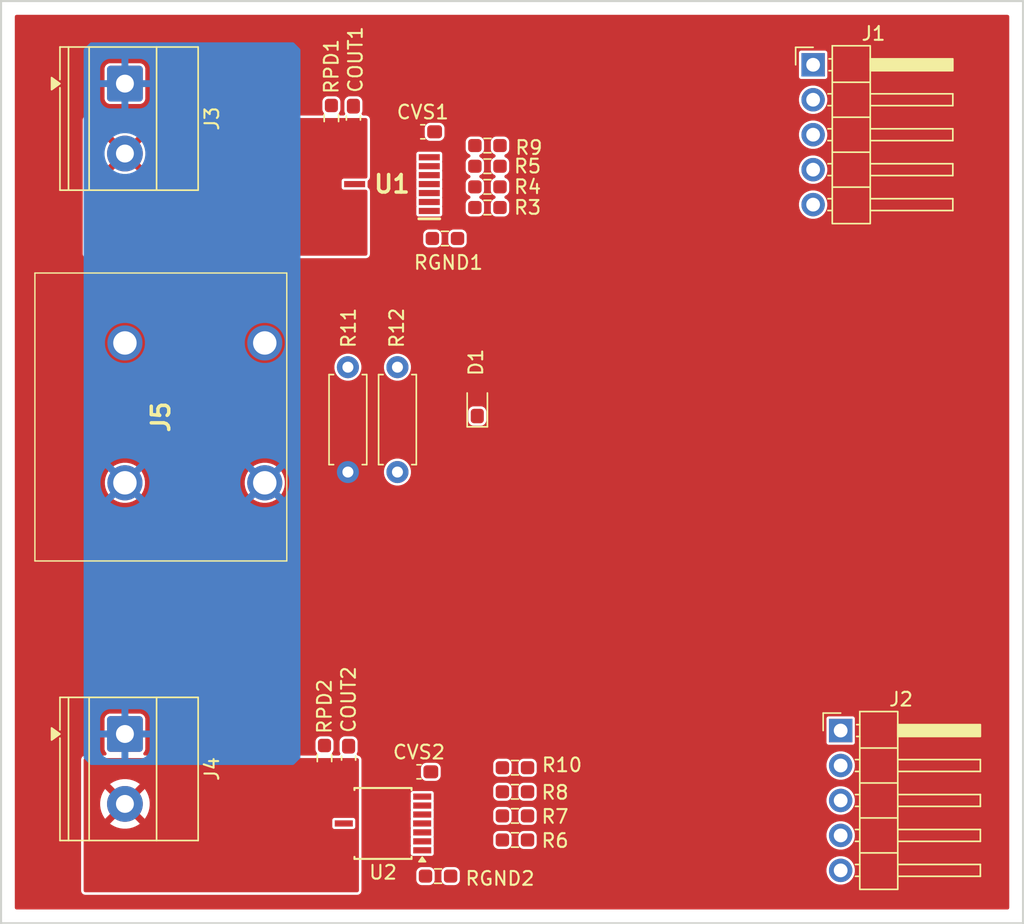
<source format=kicad_pcb>
(kicad_pcb (version 20241229) (generator "pcbnew") (generator_version "9.0")
  (layers (0 "F.Cu" signal) (2 "B.Cu" signal) (13 "F.Paste" user) (15 "B.Paste" user) (5 "F.SilkS" user "F.Silkscreen") (7 "B.SilkS" user "B.Silkscreen") (1 "F.Mask" user) (3 "B.Mask" user) (25 "Edge.Cuts" user))
  (net 0 "")
  (net 1 "GND")
  (net 2 "Net-(U1-GND)")
  (net 3 "Net-(U2-GND)")
  (net 4 "Net-(U1-IN)")
  (net 5 "Net-(U1-DEN)")
  (net 6 "Net-(U2-IN)")
  (net 7 "Net-(U2-DEN)")
  (net 12 "+12V")
  (net 17 "/VS")
  (net 18 "/SW1DEN")
  (net 19 "/SW1IS")
  (net 20 "/SW1IN")
  (net 21 "/SW2DEN")
  (net 22 "/SW2IS")
  (net 23 "/SW2IN")
  (net 24 "/SW1OUT")
  (net 25 "/SW2OUT")
  (net 26 "/SW1IS_PD")
  (net 27 "/SW2IS_PD")
  (footprint "Resistor_SMD:R_0603_1608Metric_Pad0.98x0.95mm_HandSolder" (layer "F.Cu") (at 125.3375 88 180)
    (property "Reference" "R3" (at -2.9125 0 0) (layer "F.SilkS"))
    (property "Value" "4K7" (hide yes))
    (fp_line (start -0.254724 0.5225) (end 0.254724 0.5225) (stroke (width 0.12)) (layer "F.SilkS"))
    (fp_line (start -0.254724 -0.5225) (end 0.254724 -0.5225) (stroke (width 0.12)) (layer "F.SilkS"))
    (pad "1" smd roundrect (at -0.9125 0 180) (size 0.975 0.95) (layers "F.Cu" "F.Mask" "F.Paste") (net 20 "/SW1IN"))
    (pad "2" smd roundrect (at 0.9125 0 180) (size 0.975 0.95) (layers "F.Cu" "F.Mask" "F.Paste") (net 4 "Net-(U1-IN)"))
  )
  (footprint "Resistor_SMD:R_0603_1608Metric_Pad0.98x0.95mm_HandSolder" (layer "F.Cu") (at 127.3375 133.95 180)
    (property "Reference" "R6" (at -2.9125 -0.05 0) (layer "F.SilkS"))
    (property "Value" "4K7" (hide yes))
    (fp_line (start -0.254724 0.5225) (end 0.254724 0.5225) (stroke (width 0.12)) (layer "F.SilkS"))
    (fp_line (start -0.254724 -0.5225) (end 0.254724 -0.5225) (stroke (width 0.12)) (layer "F.SilkS"))
    (pad "1" smd roundrect (at -0.9125 0 180) (size 0.975 0.95) (layers "F.Cu" "F.Mask" "F.Paste") (net 23 "/SW2IN"))
    (pad "2" smd roundrect (at 0.9125 0 180) (size 0.975 0.95) (layers "F.Cu" "F.Mask" "F.Paste") (net 6 "Net-(U2-IN)"))
  )
  (footprint "Resistor_SMD:R_0603_1608Metric_Pad0.98x0.95mm_HandSolder" (layer "F.Cu") (at 113.5 128 -90)
    (property "Reference" "RPD2" (at -3.75 0 90) (layer "F.SilkS"))
    (property "Value" "47K" (hide yes))
    (fp_line (start -0.254724 0.5225) (end 0.254724 0.5225) (stroke (width 0.12)) (layer "F.SilkS"))
    (fp_line (start -0.254724 -0.5225) (end 0.254724 -0.5225) (stroke (width 0.12)) (layer "F.SilkS"))
    (pad "1" smd roundrect (at -0.9125 0 270) (size 0.975 0.95) (layers "F.Cu" "F.Mask" "F.Paste") (net 1 "GND"))
    (pad "2" smd roundrect (at 0.9125 0 270) (size 0.975 0.95) (layers "F.Cu" "F.Mask" "F.Paste") (net 25 "/SW2OUT"))
  )
  (footprint "Resistor_SMD:R_0603_1608Metric_Pad0.98x0.95mm_HandSolder" (layer "F.Cu") (at 122.25 90.25)
    (property "Reference" "RGND1" (at 0.25 1.75 0) (layer "F.SilkS"))
    (property "Value" "47R" (hide yes))
    (fp_line (start -0.254724 -0.5225) (end 0.254724 -0.5225) (stroke (width 0.12)) (layer "F.SilkS"))
    (fp_line (start -0.254724 0.5225) (end 0.254724 0.5225) (stroke (width 0.12)) (layer "F.SilkS"))
    (pad "1" smd roundrect (at -0.9125 0) (size 0.975 0.95) (layers "F.Cu" "F.Mask" "F.Paste") (net 2 "Net-(U1-GND)"))
    (pad "2" smd roundrect (at 0.9125 0) (size 0.975 0.95) (layers "F.Cu" "F.Mask" "F.Paste") (net 1 "GND"))
  )
  (footprint "SamacSys_Parts:VP0265840000G" (layer "F.Cu") (at 99 97.84 -90)
    (property "Reference" "J5" (at 5.38 -2.61 270) (layer "F.SilkS") (effects (font (size 1.27 1.27) (thickness 0.254))))
    (property "Value" "PWRIN" (hide yes))
    (fp_line (start -5.08 6.54) (end -5.08 -11.76) (stroke (width 0.1)) (layer "F.SilkS"))
    (fp_line (start 15.84 6.54) (end -5.08 6.54) (stroke (width 0.1)) (layer "F.SilkS"))
    (fp_line (start -5.08 -11.76) (end 15.84 -11.76) (stroke (width 0.1)) (layer "F.SilkS"))
    (fp_line (start 15.84 -11.76) (end 15.84 6.54) (stroke (width 0.1)) (layer "F.SilkS"))
    (pad "1" thru_hole circle (at 0 0 270) (size 2.55 2.55) (drill 1.7) (layers "*.Cu" "*.Mask") (net 12 "+12V"))
    (pad "2" thru_hole circle (at 0 -10.16 270) (size 2.55 2.55) (drill 1.7) (layers "*.Cu" "*.Mask") (net 12 "+12V"))
    (pad "3" thru_hole circle (at 10.16 0 270) (size 2.55 2.55) (drill 1.7) (layers "*.Cu" "*.Mask") (net 1 "GND"))
    (pad "4" thru_hole circle (at 10.16 -10.16 270) (size 2.55 2.55) (drill 1.7) (layers "*.Cu" "*.Mask") (net 1 "GND"))
  )
  (footprint "Resistor_SMD:R_0603_1608Metric_Pad0.98x0.95mm_HandSolder" (layer "F.Cu") (at 127.3375 132.2 180)
    (property "Reference" "R7" (at -2.9125 -0.05 0) (layer "F.SilkS"))
    (property "Value" "4K7" (hide yes))
    (fp_line (start -0.254724 0.5225) (end 0.254724 0.5225) (stroke (width 0.12)) (layer "F.SilkS"))
    (fp_line (start -0.254724 -0.5225) (end 0.254724 -0.5225) (stroke (width 0.12)) (layer "F.SilkS"))
    (pad "1" smd roundrect (at -0.9125 0 180) (size 0.975 0.95) (layers "F.Cu" "F.Mask" "F.Paste") (net 21 "/SW2DEN"))
    (pad "2" smd roundrect (at 0.9125 0 180) (size 0.975 0.95) (layers "F.Cu" "F.Mask" "F.Paste") (net 7 "Net-(U2-DEN)"))
  )
  (footprint "Resistor_SMD:R_0603_1608Metric_Pad0.98x0.95mm_HandSolder" (layer "F.Cu") (at 114 81.5 -90)
    (property "Reference" "RPD1" (at -3.75 0 90) (layer "F.SilkS"))
    (property "Value" "47K" (hide yes))
    (fp_line (start -0.254724 0.5225) (end 0.254724 0.5225) (stroke (width 0.12)) (layer "F.SilkS"))
    (fp_line (start -0.254724 -0.5225) (end 0.254724 -0.5225) (stroke (width 0.12)) (layer "F.SilkS"))
    (pad "1" smd roundrect (at -0.9125 0 270) (size 0.975 0.95) (layers "F.Cu" "F.Mask" "F.Paste") (net 1 "GND"))
    (pad "2" smd roundrect (at 0.9125 0 270) (size 0.975 0.95) (layers "F.Cu" "F.Mask" "F.Paste") (net 24 "/SW1OUT"))
  )
  (footprint "Capacitor_SMD:C_0603_1608Metric_Pad1.08x0.95mm_HandSolder" (layer "F.Cu") (at 115.6 81.5 90)
    (property "Reference" "COUT1" (at 4.25 0.15 90) (layer "F.SilkS"))
    (property "Value" "10n" (hide yes))
    (fp_line (start -0.146267 -0.51) (end 0.146267 -0.51) (stroke (width 0.12)) (layer "F.SilkS"))
    (fp_line (start -0.146267 0.51) (end 0.146267 0.51) (stroke (width 0.12)) (layer "F.SilkS"))
    (pad "1" smd roundrect (at -0.8625 0 90) (size 1.075 0.95) (layers "F.Cu" "F.Mask" "F.Paste") (net 24 "/SW1OUT"))
    (pad "2" smd roundrect (at 0.8625 0 90) (size 1.075 0.95) (layers "F.Cu" "F.Mask" "F.Paste") (net 1 "GND"))
  )
  (footprint "SamacSys_Parts:SOP65P600X115-15N" (layer "F.Cu") (at 118.4 86.3 180)
    (property "Reference" "U1" (at 0 0 180) (layer "F.SilkS") (effects (font (size 1.27 1.27) (thickness 0.254))))
    (property "Value" "BTS7002-1EPP" (hide yes))
    (fp_line (start -3.475 -2.525) (end -1.95 -2.525) (stroke (width 0.2)) (layer "F.SilkS"))
    (pad "1" smd rect (at -2.712 -1.95 270) (size 0.45 1.525) (layers "F.Cu" "F.Mask" "F.Paste") (net 2 "Net-(U1-GND)"))
    (pad "2" smd rect (at -2.712 -1.3 270) (size 0.45 1.525) (layers "F.Cu" "F.Mask" "F.Paste") (net 4 "Net-(U1-IN)"))
    (pad "3" smd rect (at -2.712 -0.65 270) (size 0.45 1.525) (layers "F.Cu" "F.Mask" "F.Paste") (net 5 "Net-(U1-DEN)"))
    (pad "4" smd rect (at -2.712 0 270) (size 0.45 1.525) (layers "F.Cu" "F.Mask" "F.Paste") (net 26 "/SW1IS_PD"))
    (pad "5" smd rect (at -2.712 0.65 270) (size 0.45 1.525) (layers "F.Cu" "F.Mask" "F.Paste"))
    (pad "6" smd rect (at -2.712 1.3 270) (size 0.45 1.525) (layers "F.Cu" "F.Mask" "F.Paste"))
    (pad "7" smd rect (at -2.712 1.95 270) (size 0.45 1.525) (layers "F.Cu" "F.Mask" "F.Paste"))
    (pad "8" smd rect (at 2.712 1.95 270) (size 0.45 1.525) (layers "F.Cu" "F.Mask" "F.Paste") (net 24 "/SW1OUT"))
    (pad "9" smd rect (at 2.712 1.3 270) (size 0.45 1.525) (layers "F.Cu" "F.Mask" "F.Paste") (net 24 "/SW1OUT"))
    (pad "10" smd rect (at 2.712 0.65 270) (size 0.45 1.525) (layers "F.Cu" "F.Mask" "F.Paste") (net 24 "/SW1OUT"))
    (pad "11" smd rect (at 2.712 0 270) (size 0.45 1.525) (layers "F.Cu" "F.Mask" "F.Paste"))
    (pad "12" smd rect (at 2.712 -0.65 270) (size 0.45 1.525) (layers "F.Cu" "F.Mask" "F.Paste") (net 24 "/SW1OUT"))
    (pad "13" smd rect (at 2.712 -1.3 270) (size 0.45 1.525) (layers "F.Cu" "F.Mask" "F.Paste") (net 24 "/SW1OUT"))
    (pad "14" smd rect (at 2.712 -1.95 270) (size 0.45 1.525) (layers "F.Cu" "F.Mask" "F.Paste") (net 24 "/SW1OUT"))
    (pad "15" smd rect (at 0 0 180) (size 2.75 4.1) (layers "F.Cu" "F.Mask" "F.Paste") (net 12 "+12V"))
  )
  (footprint "Connector_PinHeader_2.54mm:PinHeader_1x05_P2.54mm_Horizontal" (layer "F.Cu") (at 151 126)
    (property "Reference" "J2" (at 4.385 -2.27 0) (layer "F.SilkS"))
    (property "Value" "SW2")
    (fp_line (start -1.27 -1.27) (end 0 -1.27) (stroke (width 0.12)) (layer "F.SilkS"))
    (fp_line (start -1.27 0) (end -1.27 -1.27) (stroke (width 0.12)) (layer "F.SilkS"))
    (fp_line (start 1.077358 2.11) (end 1.39 2.11) (stroke (width 0.12)) (layer "F.SilkS"))
    (fp_line (start 1.077358 2.97) (end 1.39 2.97) (stroke (width 0.12)) (layer "F.SilkS"))
    (fp_line (start 1.077358 4.65) (end 1.39 4.65) (stroke (width 0.12)) (layer "F.SilkS"))
    (fp_line (start 1.077358 5.51) (end 1.39 5.51) (stroke (width 0.12)) (layer "F.SilkS"))
    (fp_line (start 1.077358 7.19) (end 1.39 7.19) (stroke (width 0.12)) (layer "F.SilkS"))
    (fp_line (start 1.077358 8.05) (end 1.39 8.05) (stroke (width 0.12)) (layer "F.SilkS"))
    (fp_line (start 1.077358 9.73) (end 1.39 9.73) (stroke (width 0.12)) (layer "F.SilkS"))
    (fp_line (start 1.077358 10.59) (end 1.39 10.59) (stroke (width 0.12)) (layer "F.SilkS"))
    (fp_line (start 1.16 -0.43) (end 1.39 -0.43) (stroke (width 0.12)) (layer "F.SilkS"))
    (fp_line (start 1.16 0.43) (end 1.39 0.43) (stroke (width 0.12)) (layer "F.SilkS"))
    (fp_line (start 1.39 1.27) (end 4.15 1.27) (stroke (width 0.12)) (layer "F.SilkS"))
    (fp_line (start 1.39 3.81) (end 4.15 3.81) (stroke (width 0.12)) (layer "F.SilkS"))
    (fp_line (start 1.39 6.35) (end 4.15 6.35) (stroke (width 0.12)) (layer "F.SilkS"))
    (fp_line (start 1.39 8.89) (end 4.15 8.89) (stroke (width 0.12)) (layer "F.SilkS"))
    (fp_line (start 4.15 2.11) (end 10.15 2.11) (stroke (width 0.12)) (layer "F.SilkS"))
    (fp_line (start 4.15 4.65) (end 10.15 4.65) (stroke (width 0.12)) (layer "F.SilkS"))
    (fp_line (start 4.15 7.19) (end 10.15 7.19) (stroke (width 0.12)) (layer "F.SilkS"))
    (fp_line (start 4.15 9.73) (end 10.15 9.73) (stroke (width 0.12)) (layer "F.SilkS"))
    (fp_line (start 10.15 2.11) (end 10.15 2.97) (stroke (width 0.12)) (layer "F.SilkS"))
    (fp_line (start 10.15 2.97) (end 4.15 2.97) (stroke (width 0.12)) (layer "F.SilkS"))
    (fp_line (start 10.15 4.65) (end 10.15 5.51) (stroke (width 0.12)) (layer "F.SilkS"))
    (fp_line (start 10.15 5.51) (end 4.15 5.51) (stroke (width 0.12)) (layer "F.SilkS"))
    (fp_line (start 10.15 7.19) (end 10.15 8.05) (stroke (width 0.12)) (layer "F.SilkS"))
    (fp_line (start 10.15 8.05) (end 4.15 8.05) (stroke (width 0.12)) (layer "F.SilkS"))
    (fp_line (start 10.15 9.73) (end 10.15 10.59) (stroke (width 0.12)) (layer "F.SilkS"))
    (fp_line (start 10.15 10.59) (end 4.15 10.59) (stroke (width 0.12)) (layer "F.SilkS"))
    (fp_rect (start 1.39 -1.38) (end 4.15 11.54) (stroke (width 0.12)) (fill no) (layer "F.SilkS"))
    (fp_rect (start 4.15 -0.43) (end 10.15 0.43) (stroke (width 0.12)) (fill yes) (layer "F.SilkS"))
    (pad "1" thru_hole rect (at 0 0) (size 1.7 1.7) (drill 1) (layers "*.Cu" "*.Mask") (net 22 "/SW2IS"))
    (pad "2" thru_hole circle (at 0 2.54) (size 1.7 1.7) (drill 1) (layers "*.Cu" "*.Mask") (net 17 "/VS"))
    (pad "3" thru_hole circle (at 0 5.08) (size 1.7 1.7) (drill 1) (layers "*.Cu" "*.Mask") (net 21 "/SW2DEN"))
    (pad "4" thru_hole circle (at 0 7.62) (size 1.7 1.7) (drill 1) (layers "*.Cu" "*.Mask") (net 1 "GND"))
    (pad "5" thru_hole circle (at 0 10.16) (size 1.7 1.7) (drill 1) (layers "*.Cu" "*.Mask") (net 23 "/SW2IN"))
  )
  (footprint "Resistor_THT:R_Axial_DIN0207_L6.3mm_D2.5mm_P7.62mm_Horizontal" (layer "F.Cu") (at 115.2 99.6 -90)
    (property "Reference" "R11" (at -2.85 -0.05 90) (layer "F.SilkS"))
    (property "Value" "4K7" (hide yes))
    (fp_line (start 0.54 1.37) (end 7.08 1.37) (stroke (width 0.12)) (layer "F.SilkS"))
    (fp_line (start 7.08 1.37) (end 7.08 1.04) (stroke (width 0.12)) (layer "F.SilkS"))
    (fp_line (start 0.54 1.04) (end 0.54 1.37) (stroke (width 0.12)) (layer "F.SilkS"))
    (fp_line (start 0.54 -1.04) (end 0.54 -1.37) (stroke (width 0.12)) (layer "F.SilkS"))
    (fp_line (start 0.54 -1.37) (end 7.08 -1.37) (stroke (width 0.12)) (layer "F.SilkS"))
    (fp_line (start 7.08 -1.37) (end 7.08 -1.04) (stroke (width 0.12)) (layer "F.SilkS"))
    (pad "1" thru_hole circle (at 0 0 270) (size 1.6 1.6) (drill 0.8) (layers "*.Cu" "*.Mask") (net 17 "/VS"))
    (pad "2" thru_hole circle (at 7.62 0 270) (size 1.6 1.6) (drill 0.8) (layers "*.Cu" "*.Mask") (net 12 "+12V"))
  )
  (footprint "Resistor_SMD:R_0603_1608Metric_Pad0.98x0.95mm_HandSolder" (layer "F.Cu") (at 121.75 136.575)
    (property "Reference" "RGND2" (at 4.5 0.175 0) (layer "F.SilkS"))
    (property "Value" "47R" (hide yes))
    (fp_line (start -0.254724 -0.5225) (end 0.254724 -0.5225) (stroke (width 0.12)) (layer "F.SilkS"))
    (fp_line (start -0.254724 0.5225) (end 0.254724 0.5225) (stroke (width 0.12)) (layer "F.SilkS"))
    (pad "1" smd roundrect (at -0.9125 0) (size 0.975 0.95) (layers "F.Cu" "F.Mask" "F.Paste") (net 3 "Net-(U2-GND)"))
    (pad "2" smd roundrect (at 0.9125 0) (size 0.975 0.95) (layers "F.Cu" "F.Mask" "F.Paste") (net 1 "GND"))
  )
  (footprint "Resistor_THT:R_Axial_DIN0207_L6.3mm_D2.5mm_P7.62mm_Horizontal" (layer "F.Cu") (at 118.8 107.22 90)
    (property "Reference" "R12" (at 10.47 -0.05 90) (layer "F.SilkS"))
    (property "Value" "1K0" (hide yes))
    (fp_line (start 7.08 -1.37) (end 7.08 -1.04) (stroke (width 0.12)) (layer "F.SilkS"))
    (fp_line (start 0.54 -1.37) (end 7.08 -1.37) (stroke (width 0.12)) (layer "F.SilkS"))
    (fp_line (start 0.54 -1.04) (end 0.54 -1.37) (stroke (width 0.12)) (layer "F.SilkS"))
    (fp_line (start 0.54 1.04) (end 0.54 1.37) (stroke (width 0.12)) (layer "F.SilkS"))
    (fp_line (start 7.08 1.37) (end 7.08 1.04) (stroke (width 0.12)) (layer "F.SilkS"))
    (fp_line (start 0.54 1.37) (end 7.08 1.37) (stroke (width 0.12)) (layer "F.SilkS"))
    (pad "1" thru_hole circle (at 0 0 90) (size 1.6 1.6) (drill 0.8) (layers "*.Cu" "*.Mask") (net 1 "GND"))
    (pad "2" thru_hole circle (at 7.62 0 90) (size 1.6 1.6) (drill 0.8) (layers "*.Cu" "*.Mask") (net 17 "/VS"))
  )
  (footprint "Resistor_SMD:R_0603_1608Metric_Pad0.98x0.95mm_HandSolder" (layer "F.Cu") (at 125.3375 86.5 180)
    (property "Reference" "R4" (at -2.9125 0 0) (layer "F.SilkS"))
    (property "Value" "4K7" (hide yes))
    (fp_line (start -0.254724 0.5225) (end 0.254724 0.5225) (stroke (width 0.12)) (layer "F.SilkS"))
    (fp_line (start -0.254724 -0.5225) (end 0.254724 -0.5225) (stroke (width 0.12)) (layer "F.SilkS"))
    (pad "1" smd roundrect (at -0.9125 0 180) (size 0.975 0.95) (layers "F.Cu" "F.Mask" "F.Paste") (net 18 "/SW1DEN"))
    (pad "2" smd roundrect (at 0.9125 0 180) (size 0.975 0.95) (layers "F.Cu" "F.Mask" "F.Paste") (net 5 "Net-(U1-DEN)"))
  )
  (footprint "Diode_SMD:D_0603_1608Metric_Pad1.05x0.95mm_HandSolder" (layer "F.Cu") (at 124.6 102.275 90)
    (property "Reference" "D1" (at 3.025 -0.1 90) (layer "F.SilkS"))
    (property "Value" "33V" (hide yes))
    (fp_line (start 0.8 -0.735) (end -1.66 -0.735) (stroke (width 0.12)) (layer "F.SilkS"))
    (fp_line (start -1.66 -0.735) (end -1.66 0.735) (stroke (width 0.12)) (layer "F.SilkS"))
    (fp_line (start -1.66 0.735) (end 0.8 0.735) (stroke (width 0.12)) (layer "F.SilkS"))
    (pad "1" smd roundrect (at -0.875 0 90) (size 1.05 0.95) (layers "F.Cu" "F.Mask" "F.Paste") (net 1 "GND"))
    (pad "2" smd roundrect (at 0.875 0 90) (size 1.05 0.95) (layers "F.Cu" "F.Mask" "F.Paste") (net 12 "+12V"))
  )
  (footprint "Resistor_SMD:R_0603_1608Metric_Pad0.98x0.95mm_HandSolder" (layer "F.Cu") (at 127.3375 130.45 180)
    (property "Reference" "R8" (at -2.9125 -0.05 0) (layer "F.SilkS"))
    (property "Value" "10K" (hide yes))
    (fp_line (start -0.254724 0.5225) (end 0.254724 0.5225) (stroke (width 0.12)) (layer "F.SilkS"))
    (fp_line (start -0.254724 -0.5225) (end 0.254724 -0.5225) (stroke (width 0.12)) (layer "F.SilkS"))
    (pad "1" smd roundrect (at -0.9125 0 180) (size 0.975 0.95) (layers "F.Cu" "F.Mask" "F.Paste") (net 22 "/SW2IS"))
    (pad "2" smd roundrect (at 0.9125 0 180) (size 0.975 0.95) (layers "F.Cu" "F.Mask" "F.Paste") (net 27 "/SW2IS_PD"))
  )
  (footprint "Resistor_SMD:R_0603_1608Metric_Pad0.98x0.95mm_HandSolder" (layer "F.Cu") (at 125.3375 85 180)
    (property "Reference" "R5" (at -2.9125 0 0) (layer "F.SilkS"))
    (property "Value" "10K" (hide yes))
    (fp_line (start -0.254724 0.5225) (end 0.254724 0.5225) (stroke (width 0.12)) (layer "F.SilkS"))
    (fp_line (start -0.254724 -0.5225) (end 0.254724 -0.5225) (stroke (width 0.12)) (layer "F.SilkS"))
    (pad "1" smd roundrect (at -0.9125 0 180) (size 0.975 0.95) (layers "F.Cu" "F.Mask" "F.Paste") (net 19 "/SW1IS"))
    (pad "2" smd roundrect (at 0.9125 0 180) (size 0.975 0.95) (layers "F.Cu" "F.Mask" "F.Paste") (net 26 "/SW1IS_PD"))
  )
  (footprint "Capacitor_SMD:C_0603_1608Metric_Pad1.08x0.95mm_HandSolder" (layer "F.Cu") (at 120.6375 82.5)
    (property "Reference" "CVS1" (at 0 -1.43 0) (layer "F.SilkS"))
    (property "Value" "68n" (hide yes))
    (fp_line (start -0.146267 -0.51) (end 0.146267 -0.51) (stroke (width 0.12)) (layer "F.SilkS"))
    (fp_line (start -0.146267 0.51) (end 0.146267 0.51) (stroke (width 0.12)) (layer "F.SilkS"))
    (pad "1" smd roundrect (at -0.8625 0) (size 1.075 0.95) (layers "F.Cu" "F.Mask" "F.Paste") (net 12 "+12V"))
    (pad "2" smd roundrect (at 0.8625 0) (size 1.075 0.95) (layers "F.Cu" "F.Mask" "F.Paste") (net 1 "GND"))
  )
  (footprint "Package_SO:Infineon_PG-TSDSO-14-22" (layer "F.Cu") (at 117.75 132.75 180)
    (property "Reference" "U2" (at 0 -3.556 0) (layer "F.SilkS"))
    (property "Value" "BTS7002-1EPP")
    (fp_line (start 2.075 2.575) (end 2.075 2.43) (stroke (width 0.15)) (layer "F.SilkS"))
    (fp_line (start 2.075 -2.575) (end 2.075 -2.43) (stroke (width 0.15)) (layer "F.SilkS"))
    (fp_line (start -2.075 2.575) (end 2.075 2.575) (stroke (width 0.15)) (layer "F.SilkS"))
    (fp_line (start -2.075 2.575) (end -2.075 2.43) (stroke (width 0.15)) (layer "F.SilkS"))
    (fp_line (start -2.075 -2.575) (end 2.075 -2.575) (stroke (width 0.15)) (layer "F.SilkS"))
    (fp_line (start -2.075 -2.575) (end -2.075 -2.43) (stroke (width 0.15)) (layer "F.SilkS"))
    (fp_poly (pts (xy -2.85 -2.45) (xy -3.09 -2.78) (xy -2.61 -2.78) (xy -2.85 -2.45)) (stroke (width 0.12)) (fill yes) (layer "F.SilkS"))
    (pad "1" smd rect (at -2.85 -1.95 180) (size 1.31 0.45) (layers "F.Cu" "F.Mask" "F.Paste") (net 3 "Net-(U2-GND)"))
    (pad "2" smd rect (at -2.85 -1.3 180) (size 1.31 0.45) (layers "F.Cu" "F.Mask" "F.Paste") (net 6 "Net-(U2-IN)"))
    (pad "3" smd rect (at -2.85 -0.65 180) (size 1.31 0.45) (layers "F.Cu" "F.Mask" "F.Paste") (net 7 "Net-(U2-DEN)"))
    (pad "4" smd rect (at -2.845 0 180) (size 1.31 0.45) (layers "F.Cu" "F.Mask" "F.Paste") (net 27 "/SW2IS_PD"))
    (pad "5" smd rect (at -2.85 0.65 180) (size 1.31 0.45) (layers "F.Cu" "F.Mask" "F.Paste"))
    (pad "6" smd rect (at -2.85 1.3 180) (size 1.31 0.45) (layers "F.Cu" "F.Mask" "F.Paste"))
    (pad "7" smd rect (at -2.85 1.95 180) (size 1.31 0.45) (layers "F.Cu" "F.Mask" "F.Paste"))
    (pad "8" smd rect (at 2.85 1.95 180) (size 1.31 0.45) (layers "F.Cu" "F.Mask" "F.Paste") (net 25 "/SW2OUT"))
    (pad "9" smd rect (at 2.85 1.3 180) (size 1.31 0.45) (layers "F.Cu" "F.Mask" "F.Paste") (net 25 "/SW2OUT"))
    (pad "10" smd rect (at 2.85 0.65 180) (size 1.31 0.45) (layers "F.Cu" "F.Mask" "F.Paste") (net 25 "/SW2OUT"))
    (pad "11" smd rect (at 2.85 0 180) (size 1.31 0.45) (layers "F.Cu" "F.Mask" "F.Paste"))
    (pad "12" smd rect (at 2.85 -0.65 180) (size 1.31 0.45) (layers "F.Cu" "F.Mask" "F.Paste") (net 25 "/SW2OUT"))
    (pad "13" smd rect (at 2.85 -1.3 180) (size 1.31 0.45) (layers "F.Cu" "F.Mask" "F.Paste") (net 25 "/SW2OUT"))
    (pad "14" smd rect (at 2.85 -1.95 180) (size 1.31 0.45) (layers "F.Cu" "F.Mask" "F.Paste") (net 25 "/SW2OUT"))
    (pad "15" smd rect (at 0 0 180) (size 2.65 4) (layers "F.Cu" "F.Mask") (net 12 "+12V"))
  )
  (footprint "Resistor_SMD:R_0603_1608Metric_Pad0.98x0.95mm_HandSolder" (layer "F.Cu") (at 125.3375 83.5 180)
    (property "Reference" "R9" (at -3.0125 -0.15 0) (layer "F.SilkS"))
    (property "Value" "1K0" (hide yes))
    (fp_line (start -0.254724 0.5225) (end 0.254724 0.5225) (stroke (width 0.12)) (layer "F.SilkS"))
    (fp_line (start -0.254724 -0.5225) (end 0.254724 -0.5225) (stroke (width 0.12)) (layer "F.SilkS"))
    (pad "1" smd roundrect (at -0.9125 0 180) (size 0.975 0.95) (layers "F.Cu" "F.Mask" "F.Paste") (net 1 "GND"))
    (pad "2" smd roundrect (at 0.9125 0 180) (size 0.975 0.95) (layers "F.Cu" "F.Mask" "F.Paste") (net 26 "/SW1IS_PD"))
  )
  (footprint "Capacitor_SMD:C_0603_1608Metric_Pad1.08x0.95mm_HandSolder" (layer "F.Cu") (at 115.25 128 90)
    (property "Reference" "COUT2" (at 4.25 0 90) (layer "F.SilkS"))
    (property "Value" "10n" (hide yes))
    (fp_line (start -0.146267 -0.51) (end 0.146267 -0.51) (stroke (width 0.12)) (layer "F.SilkS"))
    (fp_line (start -0.146267 0.51) (end 0.146267 0.51) (stroke (width 0.12)) (layer "F.SilkS"))
    (pad "1" smd roundrect (at -0.8625 0 90) (size 1.075 0.95) (layers "F.Cu" "F.Mask" "F.Paste") (net 25 "/SW2OUT"))
    (pad "2" smd roundrect (at 0.8625 0 90) (size 1.075 0.95) (layers "F.Cu" "F.Mask" "F.Paste") (net 1 "GND"))
  )
  (footprint "TerminalBlock_Phoenix:TerminalBlock_Phoenix_MKDS-1,5-2-5.08_1x02_P5.08mm_Horizontal" (layer "F.Cu") (at 99 126.25 -90)
    (property "Reference" "J4" (at 2.54 -6.32 90) (layer "F.SilkS"))
    (property "Value" "Screw_Terminal_01x02")
    (fp_line (start -2.66 4.72) (end -2.66 -5.32) (stroke (width 0.12)) (layer "F.SilkS"))
    (fp_line (start -0.3 4.72) (end -2.66 4.72) (stroke (width 0.12)) (layer "F.SilkS"))
    (fp_line (start 7.74 4.72) (end 0.3 4.72) (stroke (width 0.12)) (layer "F.SilkS"))
    (fp_line (start -2.66 4.1) (end 7.74 4.1) (stroke (width 0.12)) (layer "F.SilkS"))
    (fp_line (start -2.66 2.6) (end 7.74 2.6) (stroke (width 0.12)) (layer "F.SilkS"))
    (fp_line (start -2.66 -2.3) (end 7.74 -2.3) (stroke (width 0.12)) (layer "F.SilkS"))
    (fp_line (start -2.66 -5.32) (end 7.74 -5.32) (stroke (width 0.12)) (layer "F.SilkS"))
    (fp_line (start 7.74 -5.32) (end 7.74 4.72) (stroke (width 0.12)) (layer "F.SilkS"))
    (fp_poly (pts (xy 0 4.72) (xy 0.44 5.33) (xy -0.44 5.33)) (stroke (width 0.12)) (fill yes) (layer "F.SilkS"))
    (pad "1" thru_hole roundrect (at 0 0 270) (size 2.6 2.6) (drill 1.3) (layers "*.Cu" "*.Mask") (roundrect_rratio 0.096154) (net 1 "GND"))
    (pad "2" thru_hole circle (at 5.08 0 270) (size 2.6 2.6) (drill 1.3) (layers "*.Cu" "*.Mask") (net 25 "/SW2OUT"))
  )
  (footprint "Capacitor_SMD:C_0603_1608Metric_Pad1.08x0.95mm_HandSolder" (layer "F.Cu") (at 120.3625 129)
    (property "Reference" "CVS2" (at 0 -1.43 0) (layer "F.SilkS"))
    (property "Value" "68n" (hide yes))
    (fp_line (start -0.146267 -0.51) (end 0.146267 -0.51) (stroke (width 0.12)) (layer "F.SilkS"))
    (fp_line (start -0.146267 0.51) (end 0.146267 0.51) (stroke (width 0.12)) (layer "F.SilkS"))
    (pad "1" smd roundrect (at -0.8625 0) (size 1.075 0.95) (layers "F.Cu" "F.Mask" "F.Paste") (net 12 "+12V"))
    (pad "2" smd roundrect (at 0.8625 0) (size 1.075 0.95) (layers "F.Cu" "F.Mask" "F.Paste") (net 1 "GND"))
  )
  (footprint "TerminalBlock_Phoenix:TerminalBlock_Phoenix_MKDS-1,5-2-5.08_1x02_P5.08mm_Horizontal" (layer "F.Cu") (at 99 79 -90)
    (property "Reference" "J3" (at 2.54 -6.32 90) (layer "F.SilkS"))
    (property "Value" "Screw_Terminal_01x02")
    (fp_line (start -2.66 4.72) (end -2.66 -5.32) (stroke (width 0.12)) (layer "F.SilkS"))
    (fp_line (start -0.3 4.72) (end -2.66 4.72) (stroke (width 0.12)) (layer "F.SilkS"))
    (fp_line (start 7.74 4.72) (end 0.3 4.72) (stroke (width 0.12)) (layer "F.SilkS"))
    (fp_line (start -2.66 4.1) (end 7.74 4.1) (stroke (width 0.12)) (layer "F.SilkS"))
    (fp_line (start -2.66 2.6) (end 7.74 2.6) (stroke (width 0.12)) (layer "F.SilkS"))
    (fp_line (start -2.66 -2.3) (end 7.74 -2.3) (stroke (width 0.12)) (layer "F.SilkS"))
    (fp_line (start -2.66 -5.32) (end 7.74 -5.32) (stroke (width 0.12)) (layer "F.SilkS"))
    (fp_line (start 7.74 -5.32) (end 7.74 4.72) (stroke (width 0.12)) (layer "F.SilkS"))
    (fp_poly (pts (xy 0 4.72) (xy 0.44 5.33) (xy -0.44 5.33)) (stroke (width 0.12)) (fill yes) (layer "F.SilkS"))
    (pad "1" thru_hole roundrect (at 0 0 270) (size 2.6 2.6) (drill 1.3) (layers "*.Cu" "*.Mask") (roundrect_rratio 0.096154) (net 1 "GND"))
    (pad "2" thru_hole circle (at 5.08 0 270) (size 2.6 2.6) (drill 1.3) (layers "*.Cu" "*.Mask") (net 24 "/SW1OUT"))
  )
  (footprint "Resistor_SMD:R_0603_1608Metric_Pad0.98x0.95mm_HandSolder" (layer "F.Cu") (at 127.3375 128.7 180)
    (property "Reference" "R10" (at -3.4125 0.2 0) (layer "F.SilkS"))
    (property "Value" "1K0" (hide yes))
    (fp_line (start -0.254724 0.5225) (end 0.254724 0.5225) (stroke (width 0.12)) (layer "F.SilkS"))
    (fp_line (start -0.254724 -0.5225) (end 0.254724 -0.5225) (stroke (width 0.12)) (layer "F.SilkS"))
    (pad "1" smd roundrect (at -0.9125 0 180) (size 0.975 0.95) (layers "F.Cu" "F.Mask" "F.Paste") (net 1 "GND"))
    (pad "2" smd roundrect (at 0.9125 0 180) (size 0.975 0.95) (layers "F.Cu" "F.Mask" "F.Paste") (net 27 "/SW2IS_PD"))
  )
  (footprint "Connector_PinHeader_2.54mm:PinHeader_1x05_P2.54mm_Horizontal" (layer "F.Cu") (at 149 77.63)
    (property "Reference" "J1" (at 4.385 -2.27 0) (layer "F.SilkS"))
    (property "Value" "SW1")
    (fp_line (start -1.27 -1.27) (end 0 -1.27) (stroke (width 0.12)) (layer "F.SilkS"))
    (fp_line (start -1.27 0) (end -1.27 -1.27) (stroke (width 0.12)) (layer "F.SilkS"))
    (fp_line (start 1.077358 2.11) (end 1.39 2.11) (stroke (width 0.12)) (layer "F.SilkS"))
    (fp_line (start 1.077358 2.97) (end 1.39 2.97) (stroke (width 0.12)) (layer "F.SilkS"))
    (fp_line (start 1.077358 4.65) (end 1.39 4.65) (stroke (width 0.12)) (layer "F.SilkS"))
    (fp_line (start 1.077358 5.51) (end 1.39 5.51) (stroke (width 0.12)) (layer "F.SilkS"))
    (fp_line (start 1.077358 7.19) (end 1.39 7.19) (stroke (width 0.12)) (layer "F.SilkS"))
    (fp_line (start 1.077358 8.05) (end 1.39 8.05) (stroke (width 0.12)) (layer "F.SilkS"))
    (fp_line (start 1.077358 9.73) (end 1.39 9.73) (stroke (width 0.12)) (layer "F.SilkS"))
    (fp_line (start 1.077358 10.59) (end 1.39 10.59) (stroke (width 0.12)) (layer "F.SilkS"))
    (fp_line (start 1.16 -0.43) (end 1.39 -0.43) (stroke (width 0.12)) (layer "F.SilkS"))
    (fp_line (start 1.16 0.43) (end 1.39 0.43) (stroke (width 0.12)) (layer "F.SilkS"))
    (fp_line (start 1.39 1.27) (end 4.15 1.27) (stroke (width 0.12)) (layer "F.SilkS"))
    (fp_line (start 1.39 3.81) (end 4.15 3.81) (stroke (width 0.12)) (layer "F.SilkS"))
    (fp_line (start 1.39 6.35) (end 4.15 6.35) (stroke (width 0.12)) (layer "F.SilkS"))
    (fp_line (start 1.39 8.89) (end 4.15 8.89) (stroke (width 0.12)) (layer "F.SilkS"))
    (fp_line (start 4.15 2.11) (end 10.15 2.11) (stroke (width 0.12)) (layer "F.SilkS"))
    (fp_line (start 4.15 4.65) (end 10.15 4.65) (stroke (width 0.12)) (layer "F.SilkS"))
    (fp_line (start 4.15 7.19) (end 10.15 7.19) (stroke (width 0.12)) (layer "F.SilkS"))
    (fp_line (start 4.15 9.73) (end 10.15 9.73) (stroke (width 0.12)) (layer "F.SilkS"))
    (fp_line (start 10.15 2.11) (end 10.15 2.97) (stroke (width 0.12)) (layer "F.SilkS"))
    (fp_line (start 10.15 2.97) (end 4.15 2.97) (stroke (width 0.12)) (layer "F.SilkS"))
    (fp_line (start 10.15 4.65) (end 10.15 5.51) (stroke (width 0.12)) (layer "F.SilkS"))
    (fp_line (start 10.15 5.51) (end 4.15 5.51) (stroke (width 0.12)) (layer "F.SilkS"))
    (fp_line (start 10.15 7.19) (end 10.15 8.05) (stroke (width 0.12)) (layer "F.SilkS"))
    (fp_line (start 10.15 8.05) (end 4.15 8.05) (stroke (width 0.12)) (layer "F.SilkS"))
    (fp_line (start 10.15 9.73) (end 10.15 10.59) (stroke (width 0.12)) (layer "F.SilkS"))
    (fp_line (start 10.15 10.59) (end 4.15 10.59) (stroke (width 0.12)) (layer "F.SilkS"))
    (fp_rect (start 1.39 -1.38) (end 4.15 11.54) (stroke (width 0.12)) (fill no) (layer "F.SilkS"))
    (fp_rect (start 4.15 -0.43) (end 10.15 0.43) (stroke (width 0.12)) (fill yes) (layer "F.SilkS"))
    (pad "1" thru_hole rect (at 0 0) (size 1.7 1.7) (drill 1) (layers "*.Cu" "*.Mask") (net 19 "/SW1IS"))
    (pad "2" thru_hole circle (at 0 2.54) (size 1.7 1.7) (drill 1) (layers "*.Cu" "*.Mask") (net 17 "/VS"))
    (pad "3" thru_hole circle (at 0 5.08) (size 1.7 1.7) (drill 1) (layers "*.Cu" "*.Mask") (net 18 "/SW1DEN"))
    (pad "4" thru_hole circle (at 0 7.62) (size 1.7 1.7) (drill 1) (layers "*.Cu" "*.Mask") (net 1 "GND"))
    (pad "5" thru_hole circle (at 0 10.16) (size 1.7 1.7) (drill 1) (layers "*.Cu" "*.Mask") (net 20 "/SW1IN"))
  )
  (gr_rect (start 90 73) (end 164.25 140) (stroke (width 0.1524)) (fill no) (layer "Edge.Cuts"))
  (zone (net 24) (net_name "/SW1OUT") (layer "F.Cu") (name "PWRIN") (priority 5) (connect_pads thru_hole_only (clearance 0.18)) (min_thickness 0.254) (fill yes (thermal_gap 0.5) (thermal_bridge_width 0.5))
    (polygon (pts (xy 96.12001 81.5) (xy 116.62001 81.5) (xy 116.62001 91.5) (xy 96.12001 91.5)))
  )
  (zone (net 25) (net_name "/SW2OUT") (layer "F.Cu") (name "PWRIN") (priority 5) (connect_pads thru_hole_only (clearance 0.18)) (min_thickness 0.254) (fill yes (thermal_gap 0.5) (thermal_bridge_width 0.5))
    (polygon (pts (xy 96 128) (xy 116 128) (xy 116 137.75) (xy 96 137.75)))
  )
  (zone (net 12) (net_name "+12V") (layer "F.Cu") (name "PWRIN") (priority 3) (connect_pads yes (clearance 0.18)) (min_thickness 0.254) (fill yes (thermal_gap 0.5) (thermal_bridge_width 0.5))
    (polygon (pts (xy 163.25 74) (xy 163.25 139) (xy 91 139) (xy 91 74)))
  )
  (zone (net 1) (net_name "GND") (layer "B.Cu") (name "GND") (connect_pads thru_hole_only (clearance 0.18)) (min_thickness 0.254) (fill yes (thermal_gap 0.5) (thermal_bridge_width 0.5) (smoothing chamfer) (radius 0.5))
    (polygon (pts (xy 96 128.5) (xy 96 76) (xy 111.75 76) (xy 111.75 128.5)))
  )
)
</source>
